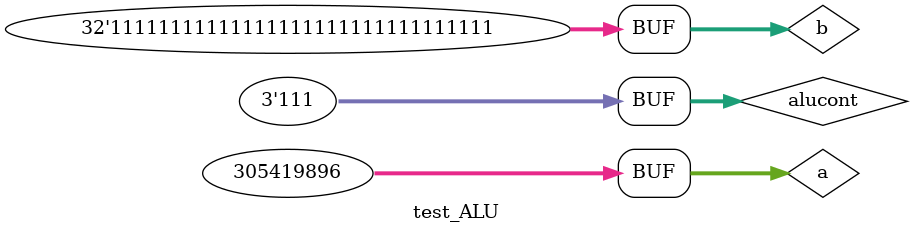
<source format=v>
`timescale 1ns / 1ps


module test_ALU();
    reg [31:0] a,b;
    reg [2:0] alucont;
    wire [31:0] result;
    wire zero;
    
    ALU alu0(
        .a(a),
        .b(b),
        .alucont(alucont),
        .result(result),
        .zero(zero)
        );
        
    parameter period=1;
    
    initial begin
        //initial
        a=32'h00000000;
        b=32'h00000000;
        alucont=3'd0;
        #period;
        //1
        a=32'h00000000;
        b=32'h00000000;
        alucont=3'd2;
        #period;
        //2
        a=32'h00000000;
        b=32'hffffffff;
        alucont=3'd2;
        #period;
        //3
        a=32'h00000001;
        b=32'hffffffff;
        alucont=3'd2;        
        #period;
        //4
        a=32'h000000ff;
        b=32'h00000001;
        alucont=3'd2;
        #period;
        //5
        a=32'h00000000;
        b=32'h00000000;
        alucont=3'd6;
        #period;
        //6
        a=32'h00000000;
        b=32'hffffffff;
        alucont=3'd6;
        #period;
        //7
        a=32'h00000001;
        b=32'h00000001;
        alucont=3'd6;
        #period;
        //8
        a=32'h00000100;
        b=32'h00000001;
        alucont=3'd6;
        #period;
        //9
        a=32'h00000000;
        b=32'h00000000;
        alucont=3'd7;
        #period;
        //10
        a=32'h00000000;
        b=32'h00000001;
        alucont=3'd7;
        #period;
        //11
        a=32'h00000000;
        b=32'hffffffff;
        alucont=3'd7;
        #period;
        //12
        a=32'h00000001;
        b=32'h00000000;
        alucont=3'd7;
        #period;
        //13
        a=32'hffffffff;
        b=32'h00000000;
        alucont=3'd7;
        #period;
        //14
        a=32'hffffffff;
        b=32'hffffffff;
        alucont=3'd0;
        #period;
        //15
        a=32'hffffffff;
        b=32'h12345678;
        alucont=3'd0;
        #period;
        //16
        a=32'h12345678;
        b=32'h87654321;
        alucont=3'd0;
        #period;
        //17
        a=32'h00000000;
        b=32'hffffffff;
        alucont=3'd0;
        #period;
        //18
        a=32'hffffffff;
        b=32'hffffffff;
        alucont=3'd1;
        #period;
        //19
        a=32'h12345678;
        b=32'h87654321;
        alucont=3'd1;
        #period;
        //20
        a=32'h00000000;
        b=32'hffffffff;
        alucont=3'd1;
        #period;
        //21
        a=32'h00000000;
        b=32'h00000000;
        alucont=3'd1;
        #period;
        //22
        a=32'h00000000;
        b=32'h80000000;
        alucont=3'd7;
        #period;
        //23
        a=32'h80000000;
        b=32'h00000000;
        alucont=3'd7;
        #period;
        //24
        a=32'h00000000;
        b=32'h7fffffff;
        alucont=3'd7;
        #period;
        //25
        a=32'h7fffffff;
        b=32'h00000000;
        alucont=3'd7;
        #period;
        //26
        a=32'h7fffffff;
        b=32'h80000000;
        alucont=3'd7;
        #period;
        //27
        a=32'h80000000;
        b=32'h7fffffff;
        alucont=3'd7;
        #period;
        //28
        a=32'h00000000;
        b=32'h00000000;
        alucont=3'd7;
        #period;
        //29
        a=32'h12345678;
        b=32'hffffffff;
        alucont=3'd7;
        #period;
    end

endmodule

</source>
